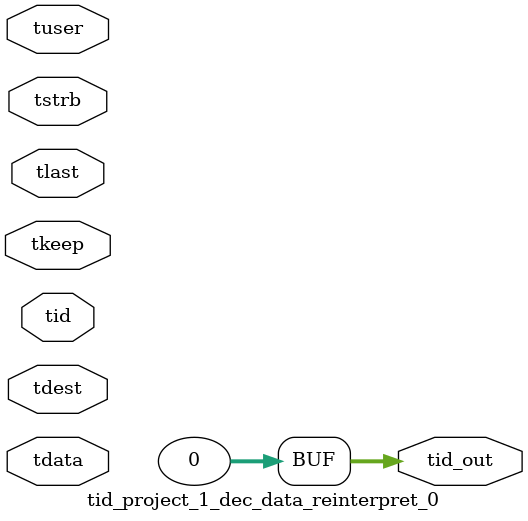
<source format=v>


`timescale 1ps/1ps

module tid_project_1_dec_data_reinterpret_0 #
(
parameter C_S_AXIS_TID_WIDTH   = 1,
parameter C_S_AXIS_TUSER_WIDTH = 0,
parameter C_S_AXIS_TDATA_WIDTH = 0,
parameter C_S_AXIS_TDEST_WIDTH = 0,
parameter C_M_AXIS_TID_WIDTH   = 32
)
(
input  [(C_S_AXIS_TID_WIDTH   == 0 ? 1 : C_S_AXIS_TID_WIDTH)-1:0       ] tid,
input  [(C_S_AXIS_TDATA_WIDTH == 0 ? 1 : C_S_AXIS_TDATA_WIDTH)-1:0     ] tdata,
input  [(C_S_AXIS_TUSER_WIDTH == 0 ? 1 : C_S_AXIS_TUSER_WIDTH)-1:0     ] tuser,
input  [(C_S_AXIS_TDEST_WIDTH == 0 ? 1 : C_S_AXIS_TDEST_WIDTH)-1:0     ] tdest,
input  [(C_S_AXIS_TDATA_WIDTH/8)-1:0 ] tkeep,
input  [(C_S_AXIS_TDATA_WIDTH/8)-1:0 ] tstrb,
input                                                                    tlast,
output [(C_M_AXIS_TID_WIDTH   == 0 ? 1 : C_M_AXIS_TID_WIDTH)-1:0       ] tid_out
);

assign tid_out = {1'b0};

endmodule


</source>
